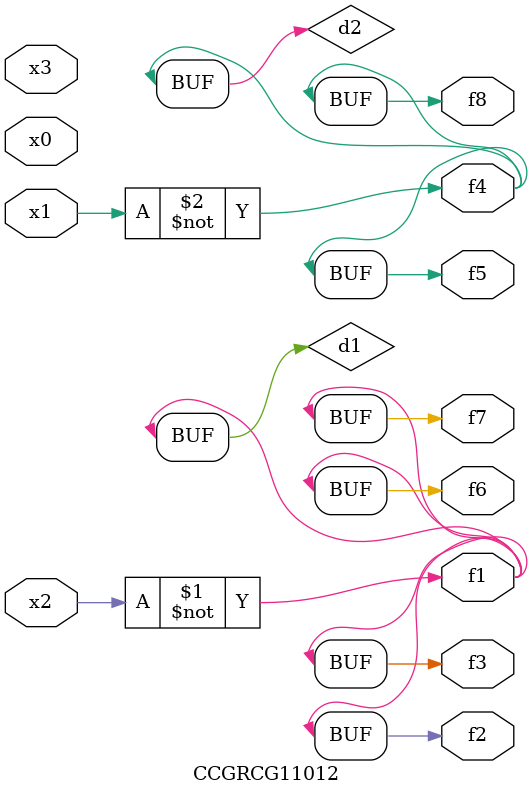
<source format=v>
module CCGRCG11012(
	input x0, x1, x2, x3,
	output f1, f2, f3, f4, f5, f6, f7, f8
);

	wire d1, d2;

	xnor (d1, x2);
	not (d2, x1);
	assign f1 = d1;
	assign f2 = d1;
	assign f3 = d1;
	assign f4 = d2;
	assign f5 = d2;
	assign f6 = d1;
	assign f7 = d1;
	assign f8 = d2;
endmodule

</source>
